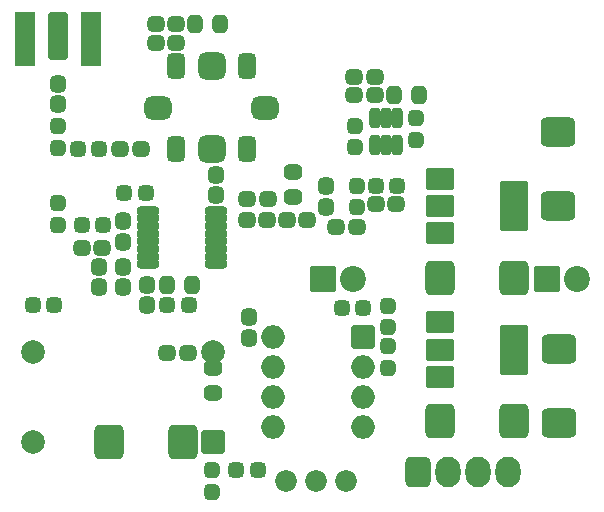
<source format=gbr>
%TF.GenerationSoftware,KiCad,Pcbnew,7.0.6-0*%
%TF.CreationDate,2023-12-30T17:32:03-06:00*%
%TF.ProjectId,LO_PLL,4c4f5f50-4c4c-42e6-9b69-6361645f7063,rev?*%
%TF.SameCoordinates,Original*%
%TF.FileFunction,Soldermask,Top*%
%TF.FilePolarity,Negative*%
%FSLAX46Y46*%
G04 Gerber Fmt 4.6, Leading zero omitted, Abs format (unit mm)*
G04 Created by KiCad (PCBNEW 7.0.6-0) date 2023-12-30 17:32:03*
%MOMM*%
%LPD*%
G01*
G04 APERTURE LIST*
G04 Aperture macros list*
%AMRoundRect*
0 Rectangle with rounded corners*
0 $1 Rounding radius*
0 $2 $3 $4 $5 $6 $7 $8 $9 X,Y pos of 4 corners*
0 Add a 4 corners polygon primitive as box body*
4,1,4,$2,$3,$4,$5,$6,$7,$8,$9,$2,$3,0*
0 Add four circle primitives for the rounded corners*
1,1,$1+$1,$2,$3*
1,1,$1+$1,$4,$5*
1,1,$1+$1,$6,$7*
1,1,$1+$1,$8,$9*
0 Add four rect primitives between the rounded corners*
20,1,$1+$1,$2,$3,$4,$5,0*
20,1,$1+$1,$4,$5,$6,$7,0*
20,1,$1+$1,$6,$7,$8,$9,0*
20,1,$1+$1,$8,$9,$2,$3,0*%
G04 Aperture macros list end*
%ADD10RoundRect,0.437500X0.237500X-0.300000X0.237500X0.300000X-0.237500X0.300000X-0.237500X-0.300000X0*%
%ADD11RoundRect,0.450000X-1.025000X0.787500X-1.025000X-0.787500X1.025000X-0.787500X1.025000X0.787500X0*%
%ADD12RoundRect,0.437500X-0.237500X0.250000X-0.237500X-0.250000X0.237500X-0.250000X0.237500X0.250000X0*%
%ADD13RoundRect,0.437500X-0.300000X-0.237500X0.300000X-0.237500X0.300000X0.237500X-0.300000X0.237500X0*%
%ADD14RoundRect,0.437500X0.237500X-0.250000X0.237500X0.250000X-0.237500X0.250000X-0.237500X-0.250000X0*%
%ADD15RoundRect,0.200000X-1.000000X-0.750000X1.000000X-0.750000X1.000000X0.750000X-1.000000X0.750000X0*%
%ADD16RoundRect,0.200000X-1.000000X-1.900000X1.000000X-1.900000X1.000000X1.900000X-1.000000X1.900000X0*%
%ADD17RoundRect,0.450000X0.787500X1.025000X-0.787500X1.025000X-0.787500X-1.025000X0.787500X-1.025000X0*%
%ADD18RoundRect,0.437500X-0.237500X0.300000X-0.237500X-0.300000X0.237500X-0.300000X0.237500X0.300000X0*%
%ADD19RoundRect,0.437500X0.300000X0.237500X-0.300000X0.237500X-0.300000X-0.237500X0.300000X-0.237500X0*%
%ADD20RoundRect,0.437500X0.250000X0.237500X-0.250000X0.237500X-0.250000X-0.237500X0.250000X-0.237500X0*%
%ADD21RoundRect,0.437500X-0.250000X-0.237500X0.250000X-0.237500X0.250000X0.237500X-0.250000X0.237500X0*%
%ADD22RoundRect,0.450000X-0.787500X-1.025000X0.787500X-1.025000X0.787500X1.025000X-0.787500X1.025000X0*%
%ADD23RoundRect,0.418750X-0.381250X0.218750X-0.381250X-0.218750X0.381250X-0.218750X0.381250X0.218750X0*%
%ADD24RoundRect,0.418750X0.218750X0.381250X-0.218750X0.381250X-0.218750X-0.381250X0.218750X-0.381250X0*%
%ADD25RoundRect,0.418750X-0.218750X-0.381250X0.218750X-0.381250X0.218750X0.381250X-0.218750X0.381250X0*%
%ADD26RoundRect,0.300000X-0.637500X-0.100000X0.637500X-0.100000X0.637500X0.100000X-0.637500X0.100000X0*%
%ADD27RoundRect,0.350000X0.150000X-0.512500X0.150000X0.512500X-0.150000X0.512500X-0.150000X-0.512500X0*%
%ADD28RoundRect,0.200000X0.635000X1.800000X-0.635000X1.800000X-0.635000X-1.800000X0.635000X-1.800000X0*%
%ADD29RoundRect,0.200000X0.675000X2.100000X-0.675000X2.100000X-0.675000X-2.100000X0.675000X-2.100000X0*%
%ADD30RoundRect,0.450000X1.025000X-0.787500X1.025000X0.787500X-1.025000X0.787500X-1.025000X-0.787500X0*%
%ADD31RoundRect,0.500000X0.300000X0.600000X-0.300000X0.600000X-0.300000X-0.600000X0.300000X-0.600000X0*%
%ADD32RoundRect,0.675000X-0.475000X0.525000X-0.475000X-0.525000X0.475000X-0.525000X0.475000X0.525000X0*%
%ADD33RoundRect,0.600000X-0.550000X0.400000X-0.550000X-0.400000X0.550000X-0.400000X0.550000X0.400000X0*%
%ADD34RoundRect,0.418750X0.381250X-0.218750X0.381250X0.218750X-0.381250X0.218750X-0.381250X-0.218750X0*%
%ADD35RoundRect,0.200000X-0.900000X-0.900000X0.900000X-0.900000X0.900000X0.900000X-0.900000X0.900000X0*%
%ADD36C,2.200000*%
%ADD37RoundRect,0.200000X0.800000X0.800000X-0.800000X0.800000X-0.800000X-0.800000X0.800000X-0.800000X0*%
%ADD38C,2.000000*%
%ADD39RoundRect,0.450000X-0.620000X-0.845000X0.620000X-0.845000X0.620000X0.845000X-0.620000X0.845000X0*%
%ADD40O,2.140000X2.590000*%
%ADD41C,1.840000*%
%ADD42O,2.000000X2.000000*%
G04 APERTURE END LIST*
D10*
%TO.C,C15*%
X40100000Y-59012500D03*
X40100000Y-57287500D03*
%TD*%
D11*
%TO.C,C6*%
X77000000Y-68107500D03*
X77000000Y-74332500D03*
%TD*%
D12*
%TO.C,R6*%
X62520000Y-67837500D03*
X62520000Y-69662500D03*
%TD*%
D13*
%TO.C,C10*%
X53990000Y-57150000D03*
X55715000Y-57150000D03*
%TD*%
D14*
%TO.C,R9*%
X59880000Y-56075000D03*
X59880000Y-54250000D03*
%TD*%
%TO.C,R11*%
X64930000Y-50370000D03*
X64930000Y-48545000D03*
%TD*%
D10*
%TO.C,C13*%
X47962500Y-55050000D03*
X47962500Y-53325000D03*
%TD*%
D15*
%TO.C,U2*%
X66910000Y-65830000D03*
D16*
X73210000Y-68130000D03*
D15*
X66910000Y-68130000D03*
X66910000Y-70430000D03*
%TD*%
D17*
%TO.C,C1*%
X45150000Y-75960000D03*
X38925000Y-75960000D03*
%TD*%
D18*
%TO.C,C12*%
X40100000Y-61150000D03*
X40100000Y-62875000D03*
%TD*%
D19*
%TO.C,C14*%
X52350000Y-55400000D03*
X50625000Y-55400000D03*
%TD*%
%TO.C,C16*%
X38325000Y-59562500D03*
X36600000Y-59562500D03*
%TD*%
D10*
%TO.C,C25*%
X34600000Y-47375000D03*
X34600000Y-45650000D03*
%TD*%
D20*
%TO.C,R13*%
X38100000Y-51150000D03*
X36275000Y-51150000D03*
%TD*%
D21*
%TO.C,R16*%
X58605000Y-64580000D03*
X60430000Y-64580000D03*
%TD*%
D22*
%TO.C,C2*%
X66957500Y-74200000D03*
X73182500Y-74200000D03*
%TD*%
D13*
%TO.C,C5*%
X43850000Y-68400000D03*
X45575000Y-68400000D03*
%TD*%
%TO.C,C20*%
X59685000Y-46610000D03*
X61410000Y-46610000D03*
%TD*%
D20*
%TO.C,R7*%
X42012500Y-54900000D03*
X40187500Y-54900000D03*
%TD*%
D12*
%TO.C,R5*%
X62520000Y-64425000D03*
X62520000Y-66250000D03*
%TD*%
D13*
%TO.C,C21*%
X59680000Y-45070000D03*
X61405000Y-45070000D03*
%TD*%
%TO.C,C23*%
X42860000Y-40600000D03*
X44585000Y-40600000D03*
%TD*%
D23*
%TO.C,FB1*%
X47720000Y-69717500D03*
X47720000Y-71842500D03*
%TD*%
D13*
%TO.C,C18*%
X58142500Y-57775000D03*
X59867500Y-57775000D03*
%TD*%
D14*
%TO.C,R15*%
X34600000Y-57562500D03*
X34600000Y-55737500D03*
%TD*%
D24*
%TO.C,FB4*%
X65142500Y-46610000D03*
X63017500Y-46610000D03*
%TD*%
D14*
%TO.C,R14*%
X34600000Y-51062500D03*
X34600000Y-49237500D03*
%TD*%
D21*
%TO.C,R10*%
X61480000Y-54250000D03*
X63305000Y-54250000D03*
%TD*%
D25*
%TO.C,FB5*%
X46160000Y-40600000D03*
X48285000Y-40600000D03*
%TD*%
D26*
%TO.C,U4*%
X42237500Y-56375000D03*
X42237500Y-57025000D03*
X42237500Y-57675000D03*
X42237500Y-58325000D03*
X42237500Y-58975000D03*
X42237500Y-59625000D03*
X42237500Y-60275000D03*
X42237500Y-60925000D03*
X47962500Y-60925000D03*
X47962500Y-60275000D03*
X47962500Y-59625000D03*
X47962500Y-58975000D03*
X47962500Y-58325000D03*
X47962500Y-57675000D03*
X47962500Y-57025000D03*
X47962500Y-56375000D03*
%TD*%
D27*
%TO.C,U5*%
X61400000Y-50820000D03*
X62350000Y-50820000D03*
X63300000Y-50820000D03*
X63300000Y-48545000D03*
X62350000Y-48545000D03*
X61400000Y-48545000D03*
%TD*%
D20*
%TO.C,R4*%
X45675000Y-64400000D03*
X43850000Y-64400000D03*
%TD*%
D19*
%TO.C,C9*%
X52325000Y-57150000D03*
X50600000Y-57150000D03*
%TD*%
D20*
%TO.C,R3*%
X34262500Y-64400000D03*
X32437500Y-64400000D03*
%TD*%
D19*
%TO.C,C22*%
X44582500Y-42180000D03*
X42857500Y-42180000D03*
%TD*%
D15*
%TO.C,U3*%
X66900000Y-53670000D03*
X66900000Y-55970000D03*
D16*
X73200000Y-55970000D03*
D15*
X66900000Y-58270000D03*
%TD*%
D13*
%TO.C,C19*%
X61525000Y-55790000D03*
X63250000Y-55790000D03*
%TD*%
D28*
%TO.C,J2*%
X34600000Y-41612500D03*
D29*
X37425000Y-41812500D03*
X31775000Y-41812500D03*
%TD*%
D10*
%TO.C,C17*%
X57280000Y-56050000D03*
X57280000Y-54325000D03*
%TD*%
%TO.C,C11*%
X38100000Y-62875000D03*
X38100000Y-61150000D03*
%TD*%
D30*
%TO.C,C7*%
X76950000Y-55970000D03*
X76950000Y-49745000D03*
%TD*%
D20*
%TO.C,R1*%
X51492500Y-78300000D03*
X49667500Y-78300000D03*
%TD*%
D18*
%TO.C,C8*%
X42100000Y-62650000D03*
X42100000Y-64375000D03*
%TD*%
D12*
%TO.C,R12*%
X59760000Y-49167500D03*
X59760000Y-50992500D03*
%TD*%
D22*
%TO.C,C3*%
X66935000Y-62040000D03*
X73160000Y-62040000D03*
%TD*%
D14*
%TO.C,R2*%
X47670000Y-80162500D03*
X47670000Y-78337500D03*
%TD*%
D19*
%TO.C,C24*%
X41600000Y-51150000D03*
X39875000Y-51150000D03*
%TD*%
D31*
%TO.C,U6*%
X50600000Y-44150000D03*
D32*
X47600000Y-44150000D03*
D31*
X44600000Y-44150000D03*
D33*
X43100000Y-47650000D03*
D31*
X44600000Y-51150000D03*
D32*
X47600000Y-51150000D03*
D31*
X50600000Y-51150000D03*
D33*
X52100000Y-47650000D03*
%TD*%
D21*
%TO.C,R8*%
X36600000Y-57562500D03*
X38425000Y-57562500D03*
%TD*%
D34*
%TO.C,FB3*%
X54510000Y-55222500D03*
X54510000Y-53097500D03*
%TD*%
D25*
%TO.C,FB2*%
X43815000Y-62670000D03*
X45940000Y-62670000D03*
%TD*%
D18*
%TO.C,C4*%
X50790000Y-65390000D03*
X50790000Y-67115000D03*
%TD*%
D35*
%TO.C,D2*%
X57030000Y-62120000D03*
D36*
X59570000Y-62120000D03*
%TD*%
D37*
%TO.C,X1*%
X47720000Y-75960000D03*
D38*
X32480000Y-75960000D03*
X32480000Y-68340000D03*
X47720000Y-68340000D03*
%TD*%
D39*
%TO.C,J1*%
X65080000Y-78500000D03*
D40*
X67620000Y-78500000D03*
X70160000Y-78500000D03*
X72700000Y-78500000D03*
%TD*%
D41*
%TO.C,RV1*%
X59010000Y-79230000D03*
X56470000Y-79230000D03*
X53930000Y-79230000D03*
%TD*%
D37*
%TO.C,U1*%
X60410000Y-67100000D03*
D42*
X60410000Y-69640000D03*
X60410000Y-72180000D03*
X60410000Y-74720000D03*
X52790000Y-74720000D03*
X52790000Y-72180000D03*
X52790000Y-69640000D03*
X52790000Y-67100000D03*
%TD*%
D35*
%TO.C,D1*%
X76010000Y-62120000D03*
D36*
X78550000Y-62120000D03*
%TD*%
M02*

</source>
